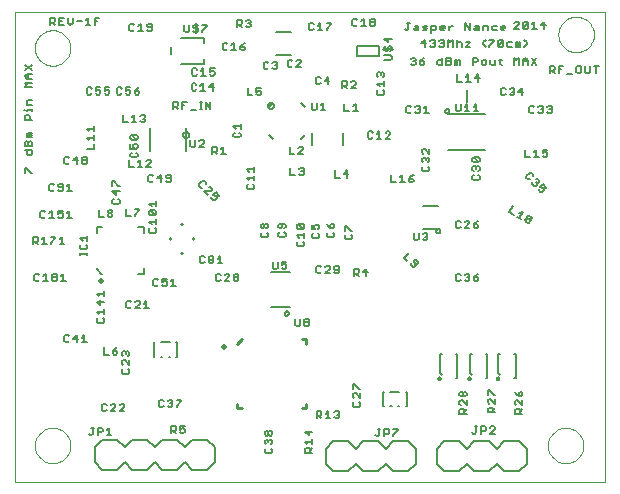
<source format=gto>
G75*
G70*
%OFA0B0*%
%FSLAX24Y24*%
%IPPOS*%
%LPD*%
%AMOC8*
5,1,8,0,0,1.08239X$1,22.5*
%
%ADD10C,0.0000*%
%ADD11C,0.0080*%
%ADD12C,0.0079*%
%ADD13C,0.0197*%
%ADD14C,0.0060*%
%ADD15C,0.0100*%
%ADD16C,0.0050*%
D10*
X000671Y003960D02*
X020356Y003960D01*
X020356Y019645D01*
X000671Y019645D01*
X000671Y003960D01*
X001343Y005184D02*
X001345Y005232D01*
X001351Y005280D01*
X001361Y005327D01*
X001374Y005373D01*
X001392Y005418D01*
X001412Y005462D01*
X001437Y005504D01*
X001465Y005543D01*
X001495Y005580D01*
X001529Y005614D01*
X001566Y005646D01*
X001604Y005675D01*
X001645Y005700D01*
X001688Y005722D01*
X001733Y005740D01*
X001779Y005754D01*
X001826Y005765D01*
X001874Y005772D01*
X001922Y005775D01*
X001970Y005774D01*
X002018Y005769D01*
X002066Y005760D01*
X002112Y005748D01*
X002157Y005731D01*
X002201Y005711D01*
X002243Y005688D01*
X002283Y005661D01*
X002321Y005631D01*
X002356Y005598D01*
X002388Y005562D01*
X002418Y005524D01*
X002444Y005483D01*
X002466Y005440D01*
X002486Y005396D01*
X002501Y005351D01*
X002513Y005304D01*
X002521Y005256D01*
X002525Y005208D01*
X002525Y005160D01*
X002521Y005112D01*
X002513Y005064D01*
X002501Y005017D01*
X002486Y004972D01*
X002466Y004928D01*
X002444Y004885D01*
X002418Y004844D01*
X002388Y004806D01*
X002356Y004770D01*
X002321Y004737D01*
X002283Y004707D01*
X002243Y004680D01*
X002201Y004657D01*
X002157Y004637D01*
X002112Y004620D01*
X002066Y004608D01*
X002018Y004599D01*
X001970Y004594D01*
X001922Y004593D01*
X001874Y004596D01*
X001826Y004603D01*
X001779Y004614D01*
X001733Y004628D01*
X001688Y004646D01*
X001645Y004668D01*
X001604Y004693D01*
X001566Y004722D01*
X001529Y004754D01*
X001495Y004788D01*
X001465Y004825D01*
X001437Y004864D01*
X001412Y004906D01*
X001392Y004950D01*
X001374Y004995D01*
X001361Y005041D01*
X001351Y005088D01*
X001345Y005136D01*
X001343Y005184D01*
X001343Y018434D02*
X001345Y018482D01*
X001351Y018530D01*
X001361Y018577D01*
X001374Y018623D01*
X001392Y018668D01*
X001412Y018712D01*
X001437Y018754D01*
X001465Y018793D01*
X001495Y018830D01*
X001529Y018864D01*
X001566Y018896D01*
X001604Y018925D01*
X001645Y018950D01*
X001688Y018972D01*
X001733Y018990D01*
X001779Y019004D01*
X001826Y019015D01*
X001874Y019022D01*
X001922Y019025D01*
X001970Y019024D01*
X002018Y019019D01*
X002066Y019010D01*
X002112Y018998D01*
X002157Y018981D01*
X002201Y018961D01*
X002243Y018938D01*
X002283Y018911D01*
X002321Y018881D01*
X002356Y018848D01*
X002388Y018812D01*
X002418Y018774D01*
X002444Y018733D01*
X002466Y018690D01*
X002486Y018646D01*
X002501Y018601D01*
X002513Y018554D01*
X002521Y018506D01*
X002525Y018458D01*
X002525Y018410D01*
X002521Y018362D01*
X002513Y018314D01*
X002501Y018267D01*
X002486Y018222D01*
X002466Y018178D01*
X002444Y018135D01*
X002418Y018094D01*
X002388Y018056D01*
X002356Y018020D01*
X002321Y017987D01*
X002283Y017957D01*
X002243Y017930D01*
X002201Y017907D01*
X002157Y017887D01*
X002112Y017870D01*
X002066Y017858D01*
X002018Y017849D01*
X001970Y017844D01*
X001922Y017843D01*
X001874Y017846D01*
X001826Y017853D01*
X001779Y017864D01*
X001733Y017878D01*
X001688Y017896D01*
X001645Y017918D01*
X001604Y017943D01*
X001566Y017972D01*
X001529Y018004D01*
X001495Y018038D01*
X001465Y018075D01*
X001437Y018114D01*
X001412Y018156D01*
X001392Y018200D01*
X001374Y018245D01*
X001361Y018291D01*
X001351Y018338D01*
X001345Y018386D01*
X001343Y018434D01*
X018443Y005184D02*
X018445Y005232D01*
X018451Y005280D01*
X018461Y005327D01*
X018474Y005373D01*
X018492Y005418D01*
X018512Y005462D01*
X018537Y005504D01*
X018565Y005543D01*
X018595Y005580D01*
X018629Y005614D01*
X018666Y005646D01*
X018704Y005675D01*
X018745Y005700D01*
X018788Y005722D01*
X018833Y005740D01*
X018879Y005754D01*
X018926Y005765D01*
X018974Y005772D01*
X019022Y005775D01*
X019070Y005774D01*
X019118Y005769D01*
X019166Y005760D01*
X019212Y005748D01*
X019257Y005731D01*
X019301Y005711D01*
X019343Y005688D01*
X019383Y005661D01*
X019421Y005631D01*
X019456Y005598D01*
X019488Y005562D01*
X019518Y005524D01*
X019544Y005483D01*
X019566Y005440D01*
X019586Y005396D01*
X019601Y005351D01*
X019613Y005304D01*
X019621Y005256D01*
X019625Y005208D01*
X019625Y005160D01*
X019621Y005112D01*
X019613Y005064D01*
X019601Y005017D01*
X019586Y004972D01*
X019566Y004928D01*
X019544Y004885D01*
X019518Y004844D01*
X019488Y004806D01*
X019456Y004770D01*
X019421Y004737D01*
X019383Y004707D01*
X019343Y004680D01*
X019301Y004657D01*
X019257Y004637D01*
X019212Y004620D01*
X019166Y004608D01*
X019118Y004599D01*
X019070Y004594D01*
X019022Y004593D01*
X018974Y004596D01*
X018926Y004603D01*
X018879Y004614D01*
X018833Y004628D01*
X018788Y004646D01*
X018745Y004668D01*
X018704Y004693D01*
X018666Y004722D01*
X018629Y004754D01*
X018595Y004788D01*
X018565Y004825D01*
X018537Y004864D01*
X018512Y004906D01*
X018492Y004950D01*
X018474Y004995D01*
X018461Y005041D01*
X018451Y005088D01*
X018445Y005136D01*
X018443Y005184D01*
X018793Y018884D02*
X018795Y018932D01*
X018801Y018980D01*
X018811Y019027D01*
X018824Y019073D01*
X018842Y019118D01*
X018862Y019162D01*
X018887Y019204D01*
X018915Y019243D01*
X018945Y019280D01*
X018979Y019314D01*
X019016Y019346D01*
X019054Y019375D01*
X019095Y019400D01*
X019138Y019422D01*
X019183Y019440D01*
X019229Y019454D01*
X019276Y019465D01*
X019324Y019472D01*
X019372Y019475D01*
X019420Y019474D01*
X019468Y019469D01*
X019516Y019460D01*
X019562Y019448D01*
X019607Y019431D01*
X019651Y019411D01*
X019693Y019388D01*
X019733Y019361D01*
X019771Y019331D01*
X019806Y019298D01*
X019838Y019262D01*
X019868Y019224D01*
X019894Y019183D01*
X019916Y019140D01*
X019936Y019096D01*
X019951Y019051D01*
X019963Y019004D01*
X019971Y018956D01*
X019975Y018908D01*
X019975Y018860D01*
X019971Y018812D01*
X019963Y018764D01*
X019951Y018717D01*
X019936Y018672D01*
X019916Y018628D01*
X019894Y018585D01*
X019868Y018544D01*
X019838Y018506D01*
X019806Y018470D01*
X019771Y018437D01*
X019733Y018407D01*
X019693Y018380D01*
X019651Y018357D01*
X019607Y018337D01*
X019562Y018320D01*
X019516Y018308D01*
X019468Y018299D01*
X019420Y018294D01*
X019372Y018293D01*
X019324Y018296D01*
X019276Y018303D01*
X019229Y018314D01*
X019183Y018328D01*
X019138Y018346D01*
X019095Y018368D01*
X019054Y018393D01*
X019016Y018422D01*
X018979Y018454D01*
X018945Y018488D01*
X018915Y018525D01*
X018887Y018564D01*
X018862Y018606D01*
X018842Y018650D01*
X018824Y018695D01*
X018811Y018741D01*
X018801Y018788D01*
X018795Y018836D01*
X018793Y018884D01*
D11*
X018328Y019074D02*
X018328Y019314D01*
X018208Y019194D01*
X018368Y019194D01*
X018073Y019074D02*
X017913Y019074D01*
X017993Y019074D02*
X017993Y019314D01*
X017913Y019234D01*
X017778Y019274D02*
X017778Y019114D01*
X017738Y019074D01*
X017658Y019074D01*
X017618Y019114D01*
X017778Y019274D01*
X017738Y019314D01*
X017658Y019314D01*
X017618Y019274D01*
X017618Y019114D01*
X017484Y019074D02*
X017324Y019074D01*
X017484Y019234D01*
X017484Y019274D01*
X017444Y019314D01*
X017364Y019314D01*
X017324Y019274D01*
X017026Y019144D02*
X017026Y019104D01*
X016866Y019104D01*
X016866Y019064D02*
X016866Y019144D01*
X016906Y019184D01*
X016986Y019184D01*
X017026Y019144D01*
X016986Y019024D02*
X016906Y019024D01*
X016866Y019064D01*
X016731Y019024D02*
X016611Y019024D01*
X016571Y019064D01*
X016571Y019144D01*
X016611Y019184D01*
X016731Y019184D01*
X016437Y019144D02*
X016437Y019024D01*
X016437Y019144D02*
X016397Y019184D01*
X016276Y019184D01*
X016276Y019024D01*
X016142Y019024D02*
X016142Y019144D01*
X016102Y019184D01*
X016022Y019184D01*
X016022Y019104D02*
X016142Y019104D01*
X016142Y019024D02*
X016022Y019024D01*
X015982Y019064D01*
X016022Y019104D01*
X015847Y019024D02*
X015847Y019264D01*
X015687Y019264D02*
X015687Y019024D01*
X015847Y019024D02*
X015687Y019264D01*
X015267Y019184D02*
X015227Y019184D01*
X015147Y019104D01*
X015147Y019024D02*
X015147Y019184D01*
X015012Y019144D02*
X015012Y019104D01*
X014852Y019104D01*
X014852Y019064D02*
X014852Y019144D01*
X014892Y019184D01*
X014972Y019184D01*
X015012Y019144D01*
X014972Y019024D02*
X014892Y019024D01*
X014852Y019064D01*
X014718Y019064D02*
X014678Y019024D01*
X014558Y019024D01*
X014558Y018944D02*
X014558Y019184D01*
X014678Y019184D01*
X014718Y019144D01*
X014718Y019064D01*
X014638Y018714D02*
X014678Y018674D01*
X014678Y018634D01*
X014638Y018594D01*
X014678Y018554D01*
X014678Y018514D01*
X014638Y018474D01*
X014558Y018474D01*
X014518Y018514D01*
X014598Y018594D02*
X014638Y018594D01*
X014638Y018714D02*
X014558Y018714D01*
X014518Y018674D01*
X014384Y018594D02*
X014224Y018594D01*
X014344Y018714D01*
X014344Y018474D01*
X014328Y018114D02*
X014248Y018074D01*
X014168Y017994D01*
X014288Y017994D01*
X014328Y017954D01*
X014328Y017914D01*
X014288Y017874D01*
X014208Y017874D01*
X014168Y017914D01*
X014168Y017994D01*
X014034Y018034D02*
X013994Y017994D01*
X014034Y017954D01*
X014034Y017914D01*
X013994Y017874D01*
X013914Y017874D01*
X013874Y017914D01*
X013954Y017994D02*
X013994Y017994D01*
X014034Y018034D02*
X014034Y018074D01*
X013994Y018114D01*
X013914Y018114D01*
X013874Y018074D01*
X013232Y018070D02*
X013232Y018150D01*
X013192Y018190D01*
X012992Y018190D01*
X013032Y018325D02*
X012992Y018365D01*
X012992Y018445D01*
X013032Y018485D01*
X013112Y018445D02*
X013112Y018365D01*
X013072Y018325D01*
X013032Y018325D01*
X012952Y018405D02*
X013272Y018405D01*
X013232Y018445D02*
X013192Y018485D01*
X013152Y018485D01*
X013112Y018445D01*
X013232Y018445D02*
X013232Y018365D01*
X013192Y018325D01*
X013112Y018619D02*
X013112Y018779D01*
X013232Y018739D02*
X012992Y018739D01*
X013112Y018619D01*
X012797Y018515D02*
X012797Y018152D01*
X012992Y018030D02*
X013192Y018030D01*
X013232Y018070D01*
X012954Y017623D02*
X012994Y017583D01*
X012994Y017503D01*
X012954Y017463D01*
X012874Y017543D02*
X012874Y017583D01*
X012914Y017623D01*
X012954Y017623D01*
X012874Y017583D02*
X012834Y017623D01*
X012794Y017623D01*
X012753Y017583D01*
X012753Y017503D01*
X012794Y017463D01*
X012753Y017248D02*
X012994Y017248D01*
X012994Y017168D02*
X012994Y017328D01*
X012834Y017168D02*
X012753Y017248D01*
X012794Y017034D02*
X012753Y016994D01*
X012753Y016914D01*
X012794Y016874D01*
X012954Y016874D01*
X012994Y016914D01*
X012994Y016994D01*
X012954Y017034D01*
X012034Y017086D02*
X011874Y017086D01*
X012034Y017246D01*
X012034Y017286D01*
X011994Y017326D01*
X011914Y017326D01*
X011874Y017286D01*
X011740Y017286D02*
X011740Y017206D01*
X011700Y017166D01*
X011580Y017166D01*
X011660Y017166D02*
X011740Y017086D01*
X011580Y017086D02*
X011580Y017326D01*
X011700Y017326D01*
X011740Y017286D01*
X011159Y017341D02*
X010998Y017341D01*
X011119Y017461D01*
X011119Y017221D01*
X010864Y017261D02*
X010824Y017221D01*
X010744Y017221D01*
X010704Y017261D01*
X010704Y017421D01*
X010744Y017461D01*
X010824Y017461D01*
X010864Y017421D01*
X010219Y017799D02*
X010058Y017799D01*
X010219Y017959D01*
X010219Y017999D01*
X010179Y018039D01*
X010099Y018039D01*
X010058Y017999D01*
X009924Y017999D02*
X009884Y018039D01*
X009804Y018039D01*
X009764Y017999D01*
X009764Y017839D01*
X009804Y017799D01*
X009884Y017799D01*
X009924Y017839D01*
X009881Y018190D02*
X009388Y018190D01*
X009377Y017981D02*
X009417Y017941D01*
X009417Y017901D01*
X009377Y017861D01*
X009417Y017821D01*
X009417Y017781D01*
X009377Y017741D01*
X009297Y017741D01*
X009257Y017781D01*
X009337Y017861D02*
X009377Y017861D01*
X009377Y017981D02*
X009297Y017981D01*
X009257Y017941D01*
X009123Y017941D02*
X009083Y017981D01*
X009003Y017981D01*
X008963Y017941D01*
X008963Y017781D01*
X009003Y017741D01*
X009083Y017741D01*
X009123Y017781D01*
X008884Y017096D02*
X008724Y017096D01*
X008724Y016976D01*
X008804Y017016D01*
X008844Y017016D01*
X008884Y016976D01*
X008884Y016896D01*
X008844Y016856D01*
X008764Y016856D01*
X008724Y016896D01*
X008590Y016856D02*
X008430Y016856D01*
X008430Y017096D01*
X009156Y016468D02*
X009274Y016586D01*
X009115Y016507D02*
X009117Y016527D01*
X009123Y016545D01*
X009132Y016563D01*
X009144Y016578D01*
X009159Y016590D01*
X009177Y016599D01*
X009195Y016605D01*
X009215Y016607D01*
X009235Y016605D01*
X009253Y016599D01*
X009271Y016590D01*
X009286Y016578D01*
X009298Y016563D01*
X009307Y016545D01*
X009313Y016527D01*
X009315Y016507D01*
X009313Y016487D01*
X009307Y016469D01*
X009298Y016451D01*
X009286Y016436D01*
X009271Y016424D01*
X009253Y016415D01*
X009235Y016409D01*
X009215Y016407D01*
X009195Y016409D01*
X009177Y016415D01*
X009159Y016424D01*
X009144Y016436D01*
X009132Y016451D01*
X009123Y016469D01*
X009117Y016487D01*
X009115Y016507D01*
X008196Y015908D02*
X008196Y015748D01*
X008196Y015828D02*
X007956Y015828D01*
X008036Y015748D01*
X007996Y015613D02*
X007956Y015573D01*
X007956Y015493D01*
X007996Y015453D01*
X008156Y015453D01*
X008196Y015493D01*
X008196Y015573D01*
X008156Y015613D01*
X007624Y015136D02*
X007544Y015056D01*
X007624Y015136D02*
X007624Y014896D01*
X007544Y014896D02*
X007704Y014896D01*
X007410Y014896D02*
X007330Y014976D01*
X007370Y014976D02*
X007250Y014976D01*
X007250Y014896D02*
X007250Y015136D01*
X007370Y015136D01*
X007410Y015096D01*
X007410Y015016D01*
X007370Y014976D01*
X006978Y015124D02*
X006818Y015124D01*
X006978Y015284D01*
X006978Y015324D01*
X006938Y015364D01*
X006858Y015364D01*
X006818Y015324D01*
X006684Y015364D02*
X006684Y015164D01*
X006644Y015124D01*
X006564Y015124D01*
X006524Y015164D01*
X006524Y015364D01*
X006538Y016364D02*
X006698Y016364D01*
X006833Y016404D02*
X006913Y016404D01*
X006873Y016404D02*
X006873Y016644D01*
X006833Y016644D02*
X006913Y016644D01*
X007029Y016644D02*
X007189Y016404D01*
X007189Y016644D01*
X007029Y016644D02*
X007029Y016404D01*
X007018Y017014D02*
X006858Y017014D01*
X006938Y017014D02*
X006938Y017254D01*
X006858Y017174D01*
X006724Y017214D02*
X006684Y017254D01*
X006604Y017254D01*
X006564Y017214D01*
X006564Y017054D01*
X006604Y017014D01*
X006684Y017014D01*
X006724Y017054D01*
X007153Y017134D02*
X007313Y017134D01*
X007273Y017254D02*
X007153Y017134D01*
X007273Y017014D02*
X007273Y017254D01*
X007293Y017514D02*
X007213Y017514D01*
X007173Y017554D01*
X007173Y017634D02*
X007253Y017674D01*
X007293Y017674D01*
X007333Y017634D01*
X007333Y017554D01*
X007293Y017514D01*
X007173Y017634D02*
X007173Y017754D01*
X007333Y017754D01*
X006958Y017754D02*
X006958Y017514D01*
X006878Y017514D02*
X007038Y017514D01*
X006878Y017674D02*
X006958Y017754D01*
X006964Y017904D02*
X006214Y017904D01*
X005884Y018234D02*
X005884Y018454D01*
X006224Y018764D02*
X006964Y018764D01*
X006964Y018604D01*
X006913Y018974D02*
X006913Y019014D01*
X007073Y019174D01*
X007073Y019214D01*
X006913Y019214D01*
X006778Y019174D02*
X006738Y019214D01*
X006658Y019214D01*
X006618Y019174D01*
X006618Y019134D01*
X006658Y019094D01*
X006738Y019094D01*
X006778Y019054D01*
X006778Y019014D01*
X006738Y018974D01*
X006658Y018974D01*
X006618Y019014D01*
X006698Y018934D02*
X006698Y019254D01*
X006484Y019214D02*
X006484Y019014D01*
X006444Y018974D01*
X006364Y018974D01*
X006324Y019014D01*
X006324Y019214D01*
X005239Y019204D02*
X005239Y019044D01*
X005199Y019004D01*
X005119Y019004D01*
X005079Y019044D01*
X005119Y019124D02*
X005239Y019124D01*
X005239Y019204D02*
X005199Y019244D01*
X005119Y019244D01*
X005079Y019204D01*
X005079Y019164D01*
X005119Y019124D01*
X004945Y019004D02*
X004784Y019004D01*
X004864Y019004D02*
X004864Y019244D01*
X004784Y019164D01*
X004650Y019204D02*
X004610Y019244D01*
X004530Y019244D01*
X004490Y019204D01*
X004490Y019044D01*
X004530Y019004D01*
X004610Y019004D01*
X004650Y019044D01*
X003489Y019444D02*
X003329Y019444D01*
X003329Y019204D01*
X003329Y019324D02*
X003409Y019324D01*
X003195Y019204D02*
X003034Y019204D01*
X003114Y019204D02*
X003114Y019444D01*
X003034Y019364D01*
X002900Y019324D02*
X002740Y019324D01*
X002605Y019284D02*
X002605Y019444D01*
X002445Y019444D02*
X002445Y019284D01*
X002525Y019204D01*
X002605Y019284D01*
X002311Y019204D02*
X002150Y019204D01*
X002150Y019444D01*
X002311Y019444D01*
X002231Y019324D02*
X002150Y019324D01*
X002016Y019324D02*
X001976Y019284D01*
X001856Y019284D01*
X001936Y019284D02*
X002016Y019204D01*
X002016Y019324D02*
X002016Y019404D01*
X001976Y019444D01*
X001856Y019444D01*
X001856Y019204D01*
X001244Y017871D02*
X001003Y017711D01*
X001084Y017577D02*
X001003Y017497D01*
X001084Y017417D01*
X001244Y017417D01*
X001124Y017417D02*
X001124Y017577D01*
X001084Y017577D02*
X001244Y017577D01*
X001244Y017711D02*
X001003Y017871D01*
X001003Y017282D02*
X001244Y017282D01*
X001244Y017122D02*
X001003Y017122D01*
X001084Y017202D01*
X001003Y017282D01*
X001124Y016693D02*
X001244Y016693D01*
X001124Y016693D02*
X001084Y016653D01*
X001084Y016533D01*
X001244Y016533D01*
X001244Y016416D02*
X001244Y016336D01*
X001244Y016376D02*
X001084Y016376D01*
X001084Y016336D01*
X001003Y016376D02*
X000963Y016376D01*
X001044Y016202D02*
X001124Y016202D01*
X001164Y016162D01*
X001164Y016042D01*
X001244Y016042D02*
X001003Y016042D01*
X001003Y016162D01*
X001044Y016202D01*
X001124Y015612D02*
X001244Y015612D01*
X001244Y015532D02*
X001124Y015532D01*
X001084Y015572D01*
X001124Y015612D01*
X001124Y015532D02*
X001084Y015492D01*
X001084Y015452D01*
X001244Y015452D01*
X001204Y015318D02*
X001244Y015278D01*
X001244Y015158D01*
X001003Y015158D01*
X001003Y015278D01*
X001044Y015318D01*
X001084Y015318D01*
X001124Y015278D01*
X001124Y015158D01*
X001124Y015278D02*
X001164Y015318D01*
X001204Y015318D01*
X001244Y015023D02*
X001003Y015023D01*
X001084Y015023D02*
X001084Y014903D01*
X001124Y014863D01*
X001204Y014863D01*
X001244Y014903D01*
X001244Y015023D01*
X001044Y014434D02*
X001204Y014274D01*
X001244Y014274D01*
X001003Y014274D02*
X001003Y014434D01*
X001044Y014434D01*
X001824Y013874D02*
X001824Y013714D01*
X001864Y013674D01*
X001944Y013674D01*
X001984Y013714D01*
X002118Y013714D02*
X002158Y013674D01*
X002238Y013674D01*
X002278Y013714D01*
X002278Y013874D01*
X002238Y013914D01*
X002158Y013914D01*
X002118Y013874D01*
X002118Y013834D01*
X002158Y013794D01*
X002278Y013794D01*
X002413Y013834D02*
X002493Y013914D01*
X002493Y013674D01*
X002413Y013674D02*
X002573Y013674D01*
X001984Y013874D02*
X001944Y013914D01*
X001864Y013914D01*
X001824Y013874D01*
X001898Y013014D02*
X001818Y012934D01*
X001898Y013014D02*
X001898Y012774D01*
X001818Y012774D02*
X001978Y012774D01*
X002113Y012814D02*
X002153Y012774D01*
X002233Y012774D01*
X002273Y012814D01*
X002273Y012894D01*
X002233Y012934D01*
X002193Y012934D01*
X002113Y012894D01*
X002113Y013014D01*
X002273Y013014D01*
X002408Y012934D02*
X002488Y013014D01*
X002488Y012774D01*
X002408Y012774D02*
X002568Y012774D01*
X002242Y012132D02*
X002242Y011892D01*
X002162Y011892D02*
X002323Y011892D01*
X002162Y012052D02*
X002242Y012132D01*
X002028Y012132D02*
X002028Y012092D01*
X001868Y011932D01*
X001868Y011892D01*
X001733Y011892D02*
X001573Y011892D01*
X001653Y011892D02*
X001653Y012132D01*
X001573Y012052D01*
X001439Y012092D02*
X001439Y012012D01*
X001399Y011972D01*
X001278Y011972D01*
X001278Y011892D02*
X001278Y012132D01*
X001399Y012132D01*
X001439Y012092D01*
X001358Y011972D02*
X001439Y011892D01*
X001868Y012132D02*
X002028Y012132D01*
X001644Y012774D02*
X001684Y012814D01*
X001644Y012774D02*
X001564Y012774D01*
X001524Y012814D01*
X001524Y012974D01*
X001564Y013014D01*
X001644Y013014D01*
X001684Y012974D01*
X002853Y012095D02*
X002934Y012015D01*
X002853Y012095D02*
X003094Y012095D01*
X003094Y012015D02*
X003094Y012175D01*
X003054Y011880D02*
X003094Y011840D01*
X003094Y011760D01*
X003054Y011720D01*
X002894Y011720D01*
X002853Y011760D01*
X002853Y011840D01*
X002894Y011880D01*
X002853Y011604D02*
X002853Y011524D01*
X002853Y011564D02*
X003094Y011564D01*
X003094Y011524D02*
X003094Y011604D01*
X002288Y010914D02*
X002288Y010674D01*
X002208Y010674D02*
X002368Y010674D01*
X002208Y010834D02*
X002288Y010914D01*
X002073Y010874D02*
X002073Y010834D01*
X002033Y010794D01*
X001953Y010794D01*
X001913Y010834D01*
X001913Y010874D01*
X001953Y010914D01*
X002033Y010914D01*
X002073Y010874D01*
X002033Y010794D02*
X002073Y010754D01*
X002073Y010714D01*
X002033Y010674D01*
X001953Y010674D01*
X001913Y010714D01*
X001913Y010754D01*
X001953Y010794D01*
X001778Y010674D02*
X001618Y010674D01*
X001698Y010674D02*
X001698Y010914D01*
X001618Y010834D01*
X001484Y010874D02*
X001444Y010914D01*
X001364Y010914D01*
X001324Y010874D01*
X001324Y010714D01*
X001364Y010674D01*
X001444Y010674D01*
X001484Y010714D01*
X003403Y010238D02*
X003484Y010158D01*
X003403Y010238D02*
X003644Y010238D01*
X003644Y010158D02*
X003644Y010318D01*
X003524Y010023D02*
X003524Y009863D01*
X003403Y009983D01*
X003644Y009983D01*
X003644Y009728D02*
X003644Y009568D01*
X003644Y009648D02*
X003403Y009648D01*
X003484Y009568D01*
X003444Y009434D02*
X003403Y009394D01*
X003403Y009314D01*
X003444Y009274D01*
X003604Y009274D01*
X003644Y009314D01*
X003644Y009394D01*
X003604Y009434D01*
X002993Y008864D02*
X002993Y008624D01*
X002913Y008624D02*
X003073Y008624D01*
X002913Y008784D02*
X002993Y008864D01*
X002778Y008744D02*
X002618Y008744D01*
X002738Y008864D01*
X002738Y008624D01*
X002484Y008664D02*
X002444Y008624D01*
X002364Y008624D01*
X002324Y008664D01*
X002324Y008824D01*
X002364Y008864D01*
X002444Y008864D01*
X002484Y008824D01*
X003640Y008456D02*
X003640Y008216D01*
X003800Y008216D01*
X003934Y008256D02*
X003974Y008216D01*
X004054Y008216D01*
X004094Y008256D01*
X004094Y008296D01*
X004054Y008336D01*
X003934Y008336D01*
X003934Y008256D01*
X003934Y008336D02*
X004014Y008416D01*
X004094Y008456D01*
X004253Y008283D02*
X004294Y008323D01*
X004334Y008323D01*
X004374Y008283D01*
X004414Y008323D01*
X004454Y008323D01*
X004494Y008283D01*
X004494Y008203D01*
X004454Y008163D01*
X004374Y008243D02*
X004374Y008283D01*
X004253Y008283D02*
X004253Y008203D01*
X004294Y008163D01*
X004294Y008028D02*
X004253Y007988D01*
X004253Y007908D01*
X004294Y007868D01*
X004294Y007734D02*
X004253Y007694D01*
X004253Y007614D01*
X004294Y007574D01*
X004454Y007574D01*
X004494Y007614D01*
X004494Y007694D01*
X004454Y007734D01*
X004494Y007868D02*
X004334Y008028D01*
X004294Y008028D01*
X004494Y008028D02*
X004494Y007868D01*
X005296Y008135D02*
X005296Y008627D01*
X006084Y008627D02*
X006084Y008135D01*
X006063Y006714D02*
X006223Y006714D01*
X006223Y006674D01*
X006063Y006514D01*
X006063Y006474D01*
X005928Y006514D02*
X005888Y006474D01*
X005808Y006474D01*
X005768Y006514D01*
X005848Y006594D02*
X005888Y006594D01*
X005928Y006554D01*
X005928Y006514D01*
X005888Y006594D02*
X005928Y006634D01*
X005928Y006674D01*
X005888Y006714D01*
X005808Y006714D01*
X005768Y006674D01*
X005634Y006674D02*
X005594Y006714D01*
X005514Y006714D01*
X005474Y006674D01*
X005474Y006514D01*
X005514Y006474D01*
X005594Y006474D01*
X005634Y006514D01*
X005878Y005832D02*
X005999Y005832D01*
X006039Y005792D01*
X006039Y005712D01*
X005999Y005672D01*
X005878Y005672D01*
X005878Y005592D02*
X005878Y005832D01*
X005958Y005672D02*
X006039Y005592D01*
X006173Y005632D02*
X006213Y005592D01*
X006293Y005592D01*
X006333Y005632D01*
X006333Y005712D01*
X006293Y005752D01*
X006253Y005752D01*
X006173Y005712D01*
X006173Y005832D01*
X006333Y005832D01*
X006084Y005384D02*
X006334Y005134D01*
X006584Y005384D01*
X007084Y005384D01*
X007334Y005134D01*
X007334Y004634D01*
X007084Y004384D01*
X006584Y004384D01*
X006334Y004634D01*
X006084Y004384D01*
X005584Y004384D01*
X005334Y004634D01*
X005084Y004384D01*
X004584Y004384D01*
X004334Y004634D01*
X004084Y004384D01*
X003584Y004384D01*
X003334Y004634D01*
X003334Y005134D01*
X003584Y005384D01*
X004084Y005384D01*
X004334Y005134D01*
X004584Y005384D01*
X005084Y005384D01*
X005334Y005134D01*
X005584Y005384D01*
X006084Y005384D01*
X004323Y006324D02*
X004163Y006324D01*
X004323Y006484D01*
X004323Y006524D01*
X004283Y006564D01*
X004203Y006564D01*
X004163Y006524D01*
X004028Y006524D02*
X003988Y006564D01*
X003908Y006564D01*
X003868Y006524D01*
X003734Y006524D02*
X003694Y006564D01*
X003614Y006564D01*
X003574Y006524D01*
X003574Y006364D01*
X003614Y006324D01*
X003694Y006324D01*
X003734Y006364D01*
X003868Y006324D02*
X004028Y006484D01*
X004028Y006524D01*
X004028Y006324D02*
X003868Y006324D01*
X003813Y005784D02*
X003733Y005704D01*
X003813Y005784D02*
X003813Y005544D01*
X003733Y005544D02*
X003893Y005544D01*
X003598Y005664D02*
X003558Y005624D01*
X003438Y005624D01*
X003438Y005544D02*
X003438Y005784D01*
X003558Y005784D01*
X003598Y005744D01*
X003598Y005664D01*
X003304Y005784D02*
X003224Y005784D01*
X003264Y005784D02*
X003264Y005584D01*
X003224Y005544D01*
X003184Y005544D01*
X003144Y005584D01*
X004430Y009754D02*
X004510Y009754D01*
X004550Y009794D01*
X004430Y009754D02*
X004390Y009794D01*
X004390Y009954D01*
X004430Y009994D01*
X004510Y009994D01*
X004550Y009954D01*
X004684Y009954D02*
X004724Y009994D01*
X004804Y009994D01*
X004845Y009954D01*
X004845Y009914D01*
X004684Y009754D01*
X004845Y009754D01*
X004979Y009754D02*
X005139Y009754D01*
X005059Y009754D02*
X005059Y009994D01*
X004979Y009914D01*
X005330Y010504D02*
X005410Y010504D01*
X005450Y010544D01*
X005330Y010504D02*
X005290Y010544D01*
X005290Y010704D01*
X005330Y010744D01*
X005410Y010744D01*
X005450Y010704D01*
X005584Y010744D02*
X005584Y010624D01*
X005664Y010664D01*
X005704Y010664D01*
X005745Y010624D01*
X005745Y010544D01*
X005704Y010504D01*
X005624Y010504D01*
X005584Y010544D01*
X005584Y010744D02*
X005745Y010744D01*
X005879Y010664D02*
X005959Y010744D01*
X005959Y010504D01*
X005879Y010504D02*
X006039Y010504D01*
X006840Y011294D02*
X006880Y011254D01*
X006960Y011254D01*
X007000Y011294D01*
X007134Y011294D02*
X007134Y011334D01*
X007174Y011374D01*
X007254Y011374D01*
X007295Y011334D01*
X007295Y011294D01*
X007254Y011254D01*
X007174Y011254D01*
X007134Y011294D01*
X007174Y011374D02*
X007134Y011414D01*
X007134Y011454D01*
X007174Y011494D01*
X007254Y011494D01*
X007295Y011454D01*
X007295Y011414D01*
X007254Y011374D01*
X007429Y011414D02*
X007509Y011494D01*
X007509Y011254D01*
X007429Y011254D02*
X007589Y011254D01*
X007494Y010914D02*
X007414Y010914D01*
X007374Y010874D01*
X007374Y010714D01*
X007414Y010674D01*
X007494Y010674D01*
X007534Y010714D01*
X007668Y010674D02*
X007828Y010834D01*
X007828Y010874D01*
X007788Y010914D01*
X007708Y010914D01*
X007668Y010874D01*
X007534Y010874D02*
X007494Y010914D01*
X007668Y010674D02*
X007828Y010674D01*
X007963Y010714D02*
X007963Y010754D01*
X008003Y010794D01*
X008083Y010794D01*
X008123Y010754D01*
X008123Y010714D01*
X008083Y010674D01*
X008003Y010674D01*
X007963Y010714D01*
X008003Y010794D02*
X007963Y010834D01*
X007963Y010874D01*
X008003Y010914D01*
X008083Y010914D01*
X008123Y010874D01*
X008123Y010834D01*
X008083Y010794D01*
X009219Y010974D02*
X009849Y010974D01*
X009728Y011114D02*
X009688Y011074D01*
X009608Y011074D01*
X009568Y011114D01*
X009568Y011194D02*
X009648Y011234D01*
X009688Y011234D01*
X009728Y011194D01*
X009728Y011114D01*
X009568Y011194D02*
X009568Y011314D01*
X009728Y011314D01*
X009434Y011314D02*
X009434Y011114D01*
X009394Y011074D01*
X009314Y011074D01*
X009274Y011114D01*
X009274Y011314D01*
X010073Y011859D02*
X010114Y011819D01*
X010274Y011819D01*
X010314Y011859D01*
X010314Y011939D01*
X010274Y011979D01*
X010314Y012113D02*
X010314Y012273D01*
X010314Y012193D02*
X010073Y012193D01*
X010154Y012113D01*
X010114Y011979D02*
X010073Y011939D01*
X010073Y011859D01*
X009699Y012169D02*
X009699Y012249D01*
X009659Y012289D01*
X009699Y012169D02*
X009659Y012129D01*
X009499Y012129D01*
X009458Y012169D01*
X009458Y012249D01*
X009499Y012289D01*
X009499Y012423D02*
X009539Y012423D01*
X009579Y012463D01*
X009579Y012583D01*
X009659Y012583D02*
X009499Y012583D01*
X009458Y012543D01*
X009458Y012463D01*
X009499Y012423D01*
X009659Y012423D02*
X009699Y012463D01*
X009699Y012543D01*
X009659Y012583D01*
X010073Y012528D02*
X010073Y012448D01*
X010114Y012408D01*
X010274Y012408D01*
X010114Y012568D01*
X010274Y012568D01*
X010314Y012528D01*
X010314Y012448D01*
X010274Y012408D01*
X010114Y012568D02*
X010073Y012528D01*
X010573Y012548D02*
X010573Y012388D01*
X010694Y012388D01*
X010654Y012468D01*
X010654Y012508D01*
X010694Y012548D01*
X010774Y012548D01*
X010814Y012508D01*
X010814Y012428D01*
X010774Y012388D01*
X010774Y012254D02*
X010814Y012214D01*
X010814Y012134D01*
X010774Y012094D01*
X010614Y012094D01*
X010573Y012134D01*
X010573Y012214D01*
X010614Y012254D01*
X011073Y012244D02*
X011073Y012164D01*
X011114Y012124D01*
X011274Y012124D01*
X011314Y012164D01*
X011314Y012244D01*
X011274Y012284D01*
X011274Y012418D02*
X011314Y012458D01*
X011314Y012538D01*
X011274Y012578D01*
X011234Y012578D01*
X011194Y012538D01*
X011194Y012418D01*
X011274Y012418D01*
X011194Y012418D02*
X011114Y012498D01*
X011073Y012578D01*
X011114Y012284D02*
X011073Y012244D01*
X011673Y012174D02*
X011673Y012094D01*
X011714Y012054D01*
X011874Y012054D01*
X011914Y012094D01*
X011914Y012174D01*
X011874Y012214D01*
X011874Y012348D02*
X011914Y012348D01*
X011874Y012348D02*
X011714Y012508D01*
X011673Y012508D01*
X011673Y012348D01*
X011714Y012214D02*
X011673Y012174D01*
X011433Y011164D02*
X011353Y011164D01*
X011313Y011124D01*
X011313Y011084D01*
X011353Y011044D01*
X011473Y011044D01*
X011473Y011124D02*
X011433Y011164D01*
X011473Y011124D02*
X011473Y010964D01*
X011433Y010924D01*
X011353Y010924D01*
X011313Y010964D01*
X011178Y010924D02*
X011018Y010924D01*
X011178Y011084D01*
X011178Y011124D01*
X011138Y011164D01*
X011058Y011164D01*
X011018Y011124D01*
X010884Y011124D02*
X010844Y011164D01*
X010764Y011164D01*
X010724Y011124D01*
X010724Y010964D01*
X010764Y010924D01*
X010844Y010924D01*
X010884Y010964D01*
X009849Y009793D02*
X009219Y009793D01*
X009663Y009584D02*
X009665Y009600D01*
X009671Y009616D01*
X009680Y009630D01*
X009692Y009641D01*
X009706Y009649D01*
X009722Y009654D01*
X009738Y009655D01*
X009754Y009652D01*
X009769Y009645D01*
X009783Y009636D01*
X009793Y009623D01*
X009801Y009608D01*
X009805Y009592D01*
X009805Y009576D01*
X009801Y009560D01*
X009793Y009545D01*
X009783Y009532D01*
X009770Y009523D01*
X009754Y009516D01*
X009738Y009513D01*
X009722Y009514D01*
X009706Y009519D01*
X009692Y009527D01*
X009680Y009538D01*
X009671Y009552D01*
X009665Y009568D01*
X009663Y009584D01*
X010024Y009414D02*
X010024Y009214D01*
X010064Y009174D01*
X010144Y009174D01*
X010184Y009214D01*
X010184Y009414D01*
X010318Y009374D02*
X010318Y009334D01*
X010358Y009294D01*
X010438Y009294D01*
X010478Y009254D01*
X010478Y009214D01*
X010438Y009174D01*
X010358Y009174D01*
X010318Y009214D01*
X010318Y009254D01*
X010358Y009294D01*
X010438Y009294D02*
X010478Y009334D01*
X010478Y009374D01*
X010438Y009414D01*
X010358Y009414D01*
X010318Y009374D01*
X011980Y010836D02*
X011980Y011076D01*
X012100Y011076D01*
X012140Y011036D01*
X012140Y010956D01*
X012100Y010916D01*
X011980Y010916D01*
X012060Y010916D02*
X012140Y010836D01*
X012274Y010956D02*
X012434Y010956D01*
X012394Y010836D02*
X012394Y011076D01*
X012274Y010956D01*
X013645Y011440D02*
X013758Y011327D01*
X013882Y011260D02*
X013882Y011204D01*
X013938Y011147D01*
X013995Y011147D01*
X014108Y011260D01*
X014108Y011317D01*
X014051Y011373D01*
X013995Y011373D01*
X013966Y011345D01*
X013966Y011288D01*
X014051Y011204D01*
X013815Y011610D02*
X013645Y011440D01*
X014014Y012024D02*
X014094Y012024D01*
X014134Y012064D01*
X014134Y012264D01*
X014268Y012224D02*
X014308Y012264D01*
X014388Y012264D01*
X014428Y012224D01*
X014428Y012184D01*
X014388Y012144D01*
X014428Y012104D01*
X014428Y012064D01*
X014388Y012024D01*
X014308Y012024D01*
X014268Y012064D01*
X014348Y012144D02*
X014388Y012144D01*
X014288Y012390D02*
X014780Y012390D01*
X014713Y012334D02*
X014715Y012350D01*
X014721Y012366D01*
X014730Y012380D01*
X014742Y012391D01*
X014756Y012399D01*
X014772Y012404D01*
X014788Y012405D01*
X014804Y012402D01*
X014819Y012395D01*
X014833Y012386D01*
X014843Y012373D01*
X014851Y012358D01*
X014855Y012342D01*
X014855Y012326D01*
X014851Y012310D01*
X014843Y012295D01*
X014833Y012282D01*
X014820Y012273D01*
X014804Y012266D01*
X014788Y012263D01*
X014772Y012264D01*
X014756Y012269D01*
X014742Y012277D01*
X014730Y012288D01*
X014721Y012302D01*
X014715Y012318D01*
X014713Y012334D01*
X015374Y012474D02*
X015414Y012434D01*
X015494Y012434D01*
X015534Y012474D01*
X015668Y012434D02*
X015828Y012594D01*
X015828Y012634D01*
X015788Y012674D01*
X015708Y012674D01*
X015668Y012634D01*
X015534Y012634D02*
X015494Y012674D01*
X015414Y012674D01*
X015374Y012634D01*
X015374Y012474D01*
X015668Y012434D02*
X015828Y012434D01*
X015963Y012474D02*
X016003Y012434D01*
X016083Y012434D01*
X016123Y012474D01*
X016123Y012514D01*
X016083Y012554D01*
X015963Y012554D01*
X015963Y012474D01*
X015963Y012554D02*
X016043Y012634D01*
X016123Y012674D01*
X017158Y012955D02*
X017297Y012875D01*
X017413Y012807D02*
X017552Y012727D01*
X017483Y012767D02*
X017603Y012975D01*
X017493Y012946D01*
X017769Y012833D02*
X017823Y012848D01*
X017893Y012808D01*
X017907Y012753D01*
X017689Y012695D01*
X017703Y012640D01*
X017773Y012600D01*
X017827Y012615D01*
X017907Y012753D01*
X017769Y012833D02*
X017689Y012695D01*
X017158Y012955D02*
X017278Y013163D01*
X017984Y013844D02*
X017927Y013901D01*
X017927Y013957D01*
X018040Y013957D02*
X018068Y013929D01*
X018068Y013872D01*
X018040Y013844D01*
X017984Y013844D01*
X018068Y013929D02*
X018125Y013929D01*
X018153Y013957D01*
X018153Y014014D01*
X018097Y014070D01*
X018040Y014070D01*
X017945Y014166D02*
X017945Y014222D01*
X017888Y014279D01*
X017832Y014279D01*
X017719Y014166D01*
X017719Y014109D01*
X017775Y014052D01*
X017832Y014052D01*
X018135Y013749D02*
X018135Y013692D01*
X018192Y013636D01*
X018249Y013636D01*
X018305Y013692D01*
X018305Y013749D01*
X018277Y013777D01*
X018192Y013805D01*
X018277Y013890D01*
X018390Y013777D01*
X018384Y014806D02*
X018304Y014806D01*
X018264Y014846D01*
X018264Y014926D02*
X018344Y014966D01*
X018384Y014966D01*
X018424Y014926D01*
X018424Y014846D01*
X018384Y014806D01*
X018264Y014926D02*
X018264Y015046D01*
X018424Y015046D01*
X018130Y014806D02*
X017970Y014806D01*
X018050Y014806D02*
X018050Y015046D01*
X017970Y014966D01*
X017835Y014806D02*
X017675Y014806D01*
X017675Y015046D01*
X017864Y016274D02*
X017824Y016314D01*
X017824Y016474D01*
X017864Y016514D01*
X017944Y016514D01*
X017984Y016474D01*
X018118Y016474D02*
X018158Y016514D01*
X018238Y016514D01*
X018278Y016474D01*
X018278Y016434D01*
X018238Y016394D01*
X018278Y016354D01*
X018278Y016314D01*
X018238Y016274D01*
X018158Y016274D01*
X018118Y016314D01*
X018198Y016394D02*
X018238Y016394D01*
X018413Y016474D02*
X018453Y016514D01*
X018533Y016514D01*
X018573Y016474D01*
X018573Y016434D01*
X018533Y016394D01*
X018573Y016354D01*
X018573Y016314D01*
X018533Y016274D01*
X018453Y016274D01*
X018413Y016314D01*
X018493Y016394D02*
X018533Y016394D01*
X017984Y016314D02*
X017944Y016274D01*
X017864Y016274D01*
X017579Y016854D02*
X017579Y017094D01*
X017459Y016974D01*
X017619Y016974D01*
X017325Y017014D02*
X017325Y017054D01*
X017284Y017094D01*
X017204Y017094D01*
X017164Y017054D01*
X017244Y016974D02*
X017284Y016974D01*
X017325Y016934D01*
X017325Y016894D01*
X017284Y016854D01*
X017204Y016854D01*
X017164Y016894D01*
X017030Y016894D02*
X016990Y016854D01*
X016910Y016854D01*
X016870Y016894D01*
X016870Y017054D01*
X016910Y017094D01*
X016990Y017094D01*
X017030Y017054D01*
X017284Y016974D02*
X017325Y017014D01*
X017311Y017874D02*
X017311Y018114D01*
X017391Y018034D01*
X017471Y018114D01*
X017471Y017874D01*
X017606Y017874D02*
X017606Y018034D01*
X017686Y018114D01*
X017766Y018034D01*
X017766Y017874D01*
X017766Y017994D02*
X017606Y017994D01*
X017901Y018114D02*
X018061Y017874D01*
X017901Y017874D02*
X018061Y018114D01*
X018506Y017844D02*
X018626Y017844D01*
X018666Y017804D01*
X018666Y017724D01*
X018626Y017684D01*
X018506Y017684D01*
X018586Y017684D02*
X018666Y017604D01*
X018800Y017604D02*
X018800Y017844D01*
X018961Y017844D01*
X018881Y017724D02*
X018800Y017724D01*
X018506Y017604D02*
X018506Y017844D01*
X019095Y017564D02*
X019255Y017564D01*
X019390Y017644D02*
X019390Y017804D01*
X019430Y017844D01*
X019510Y017844D01*
X019550Y017804D01*
X019550Y017644D01*
X019510Y017604D01*
X019430Y017604D01*
X019390Y017644D01*
X019684Y017644D02*
X019684Y017844D01*
X019845Y017844D02*
X019845Y017644D01*
X019804Y017604D01*
X019724Y017604D01*
X019684Y017644D01*
X019979Y017844D02*
X020139Y017844D01*
X020059Y017844D02*
X020059Y017604D01*
X017741Y018554D02*
X017661Y018474D01*
X017741Y018554D02*
X017741Y018634D01*
X017661Y018714D01*
X017527Y018594D02*
X017527Y018474D01*
X017447Y018474D02*
X017447Y018594D01*
X017487Y018634D01*
X017527Y018594D01*
X017447Y018594D02*
X017407Y018634D01*
X017367Y018634D01*
X017367Y018474D01*
X017232Y018474D02*
X017112Y018474D01*
X017072Y018514D01*
X017072Y018594D01*
X017112Y018634D01*
X017232Y018634D01*
X016937Y018674D02*
X016777Y018514D01*
X016817Y018474D01*
X016897Y018474D01*
X016937Y018514D01*
X016937Y018674D01*
X016897Y018714D01*
X016817Y018714D01*
X016777Y018674D01*
X016777Y018514D01*
X016643Y018674D02*
X016483Y018514D01*
X016483Y018474D01*
X016366Y018474D02*
X016286Y018554D01*
X016286Y018634D01*
X016366Y018714D01*
X016483Y018714D02*
X016643Y018714D01*
X016643Y018674D01*
X016860Y018074D02*
X016860Y017914D01*
X016900Y017874D01*
X016900Y018034D02*
X016820Y018034D01*
X016686Y018034D02*
X016686Y017874D01*
X016566Y017874D01*
X016526Y017914D01*
X016526Y018034D01*
X016391Y017994D02*
X016351Y018034D01*
X016271Y018034D01*
X016231Y017994D01*
X016231Y017914D01*
X016271Y017874D01*
X016351Y017874D01*
X016391Y017914D01*
X016391Y017994D01*
X016096Y017994D02*
X016056Y017954D01*
X015936Y017954D01*
X015936Y017874D02*
X015936Y018114D01*
X016056Y018114D01*
X016096Y018074D01*
X016096Y017994D01*
X016128Y017552D02*
X016008Y017432D01*
X016168Y017432D01*
X016128Y017312D02*
X016128Y017552D01*
X015793Y017552D02*
X015793Y017312D01*
X015713Y017312D02*
X015873Y017312D01*
X015713Y017472D02*
X015793Y017552D01*
X015579Y017312D02*
X015419Y017312D01*
X015419Y017552D01*
X015427Y017874D02*
X015427Y017994D01*
X015467Y018034D01*
X015507Y017994D01*
X015507Y017874D01*
X015427Y017994D02*
X015387Y018034D01*
X015347Y018034D01*
X015347Y017874D01*
X015212Y017914D02*
X015172Y017874D01*
X015052Y017874D01*
X015052Y018114D01*
X015172Y018114D01*
X015212Y018074D01*
X015212Y018034D01*
X015172Y017994D01*
X015052Y017994D01*
X015172Y017994D02*
X015212Y017954D01*
X015212Y017914D01*
X014918Y017874D02*
X014918Y018114D01*
X014918Y018034D02*
X014798Y018034D01*
X014758Y017994D01*
X014758Y017914D01*
X014798Y017874D01*
X014918Y017874D01*
X014933Y018474D02*
X014853Y018474D01*
X014813Y018514D01*
X014893Y018594D02*
X014933Y018594D01*
X014973Y018554D01*
X014973Y018514D01*
X014933Y018474D01*
X014933Y018594D02*
X014973Y018634D01*
X014973Y018674D01*
X014933Y018714D01*
X014853Y018714D01*
X014813Y018674D01*
X015108Y018714D02*
X015108Y018474D01*
X015268Y018474D02*
X015268Y018714D01*
X015188Y018634D01*
X015108Y018714D01*
X015402Y018714D02*
X015402Y018474D01*
X015402Y018594D02*
X015442Y018634D01*
X015522Y018634D01*
X015562Y018594D01*
X015562Y018474D01*
X015697Y018474D02*
X015857Y018474D01*
X015857Y018634D02*
X015697Y018634D01*
X015857Y018634D02*
X015697Y018474D01*
X014423Y019064D02*
X014383Y019104D01*
X014303Y019104D01*
X014263Y019144D01*
X014303Y019184D01*
X014423Y019184D01*
X014423Y019064D02*
X014383Y019024D01*
X014263Y019024D01*
X014128Y019024D02*
X014008Y019024D01*
X013968Y019064D01*
X014008Y019104D01*
X014128Y019104D01*
X014128Y019144D02*
X014128Y019024D01*
X014128Y019144D02*
X014088Y019184D01*
X014008Y019184D01*
X013834Y019264D02*
X013754Y019264D01*
X013794Y019264D02*
X013794Y019064D01*
X013754Y019024D01*
X013714Y019024D01*
X013674Y019064D01*
X012673Y019214D02*
X012633Y019174D01*
X012553Y019174D01*
X012513Y019214D01*
X012513Y019254D01*
X012553Y019294D01*
X012633Y019294D01*
X012673Y019254D01*
X012673Y019214D01*
X012633Y019294D02*
X012673Y019334D01*
X012673Y019374D01*
X012633Y019414D01*
X012553Y019414D01*
X012513Y019374D01*
X012513Y019334D01*
X012553Y019294D01*
X012378Y019174D02*
X012218Y019174D01*
X012298Y019174D02*
X012298Y019414D01*
X012218Y019334D01*
X012084Y019374D02*
X012044Y019414D01*
X011964Y019414D01*
X011924Y019374D01*
X011924Y019214D01*
X011964Y019174D01*
X012044Y019174D01*
X012084Y019214D01*
X012071Y018515D02*
X012071Y018152D01*
X011063Y019024D02*
X011063Y019064D01*
X011223Y019224D01*
X011223Y019264D01*
X011063Y019264D01*
X010848Y019264D02*
X010848Y019024D01*
X010768Y019024D02*
X010928Y019024D01*
X010768Y019184D02*
X010848Y019264D01*
X010634Y019224D02*
X010594Y019264D01*
X010514Y019264D01*
X010474Y019224D01*
X010474Y019064D01*
X010514Y019024D01*
X010594Y019024D01*
X010634Y019064D01*
X009881Y018977D02*
X009388Y018977D01*
X008534Y019176D02*
X008494Y019136D01*
X008414Y019136D01*
X008374Y019176D01*
X008454Y019256D02*
X008494Y019256D01*
X008534Y019216D01*
X008534Y019176D01*
X008494Y019256D02*
X008534Y019296D01*
X008534Y019336D01*
X008494Y019376D01*
X008414Y019376D01*
X008374Y019336D01*
X008240Y019336D02*
X008240Y019256D01*
X008200Y019216D01*
X008080Y019216D01*
X008160Y019216D02*
X008240Y019136D01*
X008080Y019136D02*
X008080Y019376D01*
X008200Y019376D01*
X008240Y019336D01*
X008349Y018604D02*
X008269Y018564D01*
X008189Y018484D01*
X008309Y018484D01*
X008349Y018444D01*
X008349Y018404D01*
X008309Y018364D01*
X008229Y018364D01*
X008189Y018404D01*
X008189Y018484D01*
X008055Y018364D02*
X007894Y018364D01*
X007974Y018364D02*
X007974Y018604D01*
X007894Y018524D01*
X007760Y018564D02*
X007720Y018604D01*
X007640Y018604D01*
X007600Y018564D01*
X007600Y018404D01*
X007640Y018364D01*
X007720Y018364D01*
X007760Y018404D01*
X006964Y018064D02*
X006964Y017904D01*
X006744Y017714D02*
X006704Y017754D01*
X006624Y017754D01*
X006584Y017714D01*
X006584Y017554D01*
X006624Y017514D01*
X006704Y017514D01*
X006744Y017554D01*
X006403Y016644D02*
X006243Y016644D01*
X006243Y016404D01*
X006243Y016524D02*
X006323Y016524D01*
X006109Y016524D02*
X006069Y016484D01*
X005949Y016484D01*
X006029Y016484D02*
X006109Y016404D01*
X006109Y016524D02*
X006109Y016604D01*
X006069Y016644D01*
X005949Y016644D01*
X005949Y016404D01*
X005018Y016162D02*
X005018Y016122D01*
X004978Y016082D01*
X005018Y016042D01*
X005018Y016002D01*
X004978Y015962D01*
X004898Y015962D01*
X004858Y016002D01*
X004938Y016082D02*
X004978Y016082D01*
X005018Y016162D02*
X004978Y016202D01*
X004898Y016202D01*
X004858Y016162D01*
X004643Y016202D02*
X004643Y015962D01*
X004563Y015962D02*
X004723Y015962D01*
X004563Y016122D02*
X004643Y016202D01*
X004429Y015962D02*
X004269Y015962D01*
X004269Y016202D01*
X004564Y015539D02*
X004724Y015379D01*
X004764Y015419D01*
X004764Y015499D01*
X004724Y015539D01*
X004564Y015539D01*
X004523Y015499D01*
X004523Y015419D01*
X004564Y015379D01*
X004724Y015379D01*
X004724Y015245D02*
X004764Y015204D01*
X004764Y015124D01*
X004724Y015084D01*
X004644Y015084D02*
X004604Y015164D01*
X004604Y015204D01*
X004644Y015245D01*
X004724Y015245D01*
X004644Y015084D02*
X004523Y015084D01*
X004523Y015245D01*
X004564Y014950D02*
X004523Y014910D01*
X004523Y014830D01*
X004564Y014790D01*
X004724Y014790D01*
X004764Y014830D01*
X004764Y014910D01*
X004724Y014950D01*
X004843Y014702D02*
X004763Y014622D01*
X004843Y014702D02*
X004843Y014462D01*
X004763Y014462D02*
X004923Y014462D01*
X005058Y014462D02*
X005218Y014622D01*
X005218Y014662D01*
X005178Y014702D01*
X005098Y014702D01*
X005058Y014662D01*
X005058Y014462D02*
X005218Y014462D01*
X005244Y014214D02*
X005164Y014214D01*
X005124Y014174D01*
X005124Y014014D01*
X005164Y013974D01*
X005244Y013974D01*
X005284Y014014D01*
X005418Y014094D02*
X005578Y014094D01*
X005538Y013974D02*
X005538Y014214D01*
X005418Y014094D01*
X005284Y014174D02*
X005244Y014214D01*
X004629Y014462D02*
X004469Y014462D01*
X004469Y014702D01*
X003964Y013989D02*
X004124Y013829D01*
X004164Y013829D01*
X004164Y013654D02*
X003923Y013654D01*
X004044Y013534D01*
X004044Y013695D01*
X003923Y013829D02*
X003923Y013989D01*
X003964Y013989D01*
X003964Y013400D02*
X003923Y013360D01*
X003923Y013280D01*
X003964Y013240D01*
X004124Y013240D01*
X004164Y013280D01*
X004164Y013360D01*
X004124Y013400D01*
X004369Y013072D02*
X004369Y012832D01*
X004529Y012832D01*
X004663Y012832D02*
X004663Y012872D01*
X004823Y013032D01*
X004823Y013072D01*
X004663Y013072D01*
X005153Y012983D02*
X005194Y013023D01*
X005354Y012863D01*
X005394Y012903D01*
X005394Y012983D01*
X005354Y013023D01*
X005194Y013023D01*
X005153Y012983D02*
X005153Y012903D01*
X005194Y012863D01*
X005354Y012863D01*
X005394Y012728D02*
X005394Y012568D01*
X005394Y012648D02*
X005153Y012648D01*
X005234Y012568D01*
X005194Y012434D02*
X005153Y012394D01*
X005153Y012314D01*
X005194Y012274D01*
X005354Y012274D01*
X005394Y012314D01*
X005394Y012394D01*
X005354Y012434D01*
X005394Y013158D02*
X005394Y013318D01*
X005394Y013238D02*
X005153Y013238D01*
X005234Y013158D01*
X005753Y013974D02*
X005833Y013974D01*
X005873Y014014D01*
X005873Y014174D01*
X005833Y014214D01*
X005753Y014214D01*
X005713Y014174D01*
X005713Y014134D01*
X005753Y014094D01*
X005873Y014094D01*
X005753Y013974D02*
X005713Y014014D01*
X006810Y013895D02*
X006810Y013838D01*
X006867Y013782D01*
X006923Y013782D01*
X006990Y013658D02*
X007217Y013658D01*
X007245Y013686D01*
X007245Y013743D01*
X007188Y013800D01*
X007132Y013800D01*
X007036Y013895D02*
X007036Y013951D01*
X006980Y014008D01*
X006923Y014008D01*
X006810Y013895D01*
X006990Y013658D02*
X007103Y013545D01*
X007227Y013478D02*
X007227Y013422D01*
X007283Y013365D01*
X007340Y013365D01*
X007397Y013422D01*
X007397Y013478D01*
X007368Y013506D01*
X007283Y013535D01*
X007368Y013620D01*
X007481Y013506D01*
X008403Y013765D02*
X008444Y013725D01*
X008604Y013725D01*
X008644Y013765D01*
X008644Y013845D01*
X008604Y013885D01*
X008644Y014019D02*
X008644Y014180D01*
X008644Y014099D02*
X008403Y014099D01*
X008484Y014019D01*
X008444Y013885D02*
X008403Y013845D01*
X008403Y013765D01*
X008484Y014314D02*
X008403Y014394D01*
X008644Y014394D01*
X008644Y014314D02*
X008644Y014474D01*
X009274Y015405D02*
X009156Y015523D01*
X009830Y015146D02*
X009830Y014906D01*
X009990Y014906D01*
X010124Y014906D02*
X010284Y015066D01*
X010284Y015106D01*
X010244Y015146D01*
X010164Y015146D01*
X010124Y015106D01*
X010124Y014906D02*
X010284Y014906D01*
X010264Y014446D02*
X010304Y014406D01*
X010304Y014366D01*
X010264Y014326D01*
X010304Y014286D01*
X010304Y014246D01*
X010264Y014206D01*
X010184Y014206D01*
X010144Y014246D01*
X010224Y014326D02*
X010264Y014326D01*
X010264Y014446D02*
X010184Y014446D01*
X010144Y014406D01*
X010010Y014206D02*
X009850Y014206D01*
X009850Y014446D01*
X010219Y015405D02*
X010337Y015523D01*
X010614Y016374D02*
X010694Y016374D01*
X010734Y016414D01*
X010734Y016614D01*
X010868Y016534D02*
X010948Y016614D01*
X010948Y016374D01*
X010868Y016374D02*
X011028Y016374D01*
X010614Y016374D02*
X010574Y016414D01*
X010574Y016614D01*
X010337Y016468D02*
X010219Y016586D01*
X011657Y016566D02*
X011657Y016325D01*
X011817Y016325D01*
X011951Y016325D02*
X012112Y016325D01*
X012031Y016325D02*
X012031Y016566D01*
X011951Y016486D01*
X012480Y015654D02*
X012440Y015614D01*
X012440Y015454D01*
X012480Y015414D01*
X012560Y015414D01*
X012600Y015454D01*
X012734Y015414D02*
X012895Y015414D01*
X012814Y015414D02*
X012814Y015654D01*
X012734Y015574D01*
X012600Y015614D02*
X012560Y015654D01*
X012480Y015654D01*
X013029Y015614D02*
X013069Y015654D01*
X013149Y015654D01*
X013189Y015614D01*
X013189Y015574D01*
X013029Y015414D01*
X013189Y015414D01*
X013764Y016274D02*
X013844Y016274D01*
X013884Y016314D01*
X013764Y016274D02*
X013724Y016314D01*
X013724Y016474D01*
X013764Y016514D01*
X013844Y016514D01*
X013884Y016474D01*
X014018Y016474D02*
X014058Y016514D01*
X014138Y016514D01*
X014178Y016474D01*
X014178Y016434D01*
X014138Y016394D01*
X014178Y016354D01*
X014178Y016314D01*
X014138Y016274D01*
X014058Y016274D01*
X014018Y016314D01*
X014098Y016394D02*
X014138Y016394D01*
X014313Y016434D02*
X014393Y016514D01*
X014393Y016274D01*
X014313Y016274D02*
X014473Y016274D01*
X015013Y016334D02*
X015015Y016350D01*
X015021Y016366D01*
X015030Y016380D01*
X015042Y016391D01*
X015056Y016399D01*
X015072Y016404D01*
X015088Y016405D01*
X015104Y016402D01*
X015119Y016395D01*
X015133Y016386D01*
X015143Y016373D01*
X015151Y016358D01*
X015155Y016342D01*
X015155Y016326D01*
X015151Y016310D01*
X015143Y016295D01*
X015133Y016282D01*
X015120Y016273D01*
X015104Y016266D01*
X015088Y016263D01*
X015072Y016264D01*
X015056Y016269D01*
X015042Y016277D01*
X015030Y016288D01*
X015021Y016302D01*
X015015Y016318D01*
X015013Y016334D01*
X015124Y016244D02*
X016344Y016244D01*
X016123Y016324D02*
X015963Y016324D01*
X016043Y016324D02*
X016043Y016564D01*
X015963Y016484D01*
X015828Y016324D02*
X015668Y016324D01*
X015748Y016324D02*
X015748Y016564D01*
X015668Y016484D01*
X015534Y016564D02*
X015534Y016364D01*
X015494Y016324D01*
X015414Y016324D01*
X015374Y016364D01*
X015374Y016564D01*
X015124Y015024D02*
X016344Y015024D01*
X016124Y014789D02*
X016164Y014749D01*
X016164Y014669D01*
X016124Y014629D01*
X015964Y014789D01*
X016124Y014789D01*
X016124Y014629D02*
X015964Y014629D01*
X015923Y014669D01*
X015923Y014749D01*
X015964Y014789D01*
X015964Y014495D02*
X015923Y014454D01*
X015923Y014374D01*
X015964Y014334D01*
X016044Y014414D02*
X016044Y014454D01*
X016084Y014495D01*
X016124Y014495D01*
X016164Y014454D01*
X016164Y014374D01*
X016124Y014334D01*
X016124Y014200D02*
X016164Y014160D01*
X016164Y014080D01*
X016124Y014040D01*
X015964Y014040D01*
X015923Y014080D01*
X015923Y014160D01*
X015964Y014200D01*
X016044Y014454D02*
X016004Y014495D01*
X015964Y014495D01*
X014780Y013177D02*
X014288Y013177D01*
X013928Y013962D02*
X013848Y013962D01*
X013808Y014002D01*
X013808Y014082D01*
X013928Y014082D01*
X013968Y014042D01*
X013968Y014002D01*
X013928Y013962D01*
X013808Y014082D02*
X013888Y014162D01*
X013968Y014202D01*
X014253Y014364D02*
X014294Y014324D01*
X014454Y014324D01*
X014494Y014364D01*
X014494Y014444D01*
X014454Y014484D01*
X014454Y014618D02*
X014494Y014658D01*
X014494Y014738D01*
X014454Y014778D01*
X014414Y014778D01*
X014374Y014738D01*
X014374Y014698D01*
X014374Y014738D02*
X014334Y014778D01*
X014294Y014778D01*
X014253Y014738D01*
X014253Y014658D01*
X014294Y014618D01*
X014294Y014484D02*
X014253Y014444D01*
X014253Y014364D01*
X014294Y014913D02*
X014253Y014953D01*
X014253Y015033D01*
X014294Y015073D01*
X014334Y015073D01*
X014494Y014913D01*
X014494Y015073D01*
X013593Y014202D02*
X013593Y013962D01*
X013513Y013962D02*
X013673Y013962D01*
X013513Y014122D02*
X013593Y014202D01*
X013379Y013962D02*
X013219Y013962D01*
X013219Y014202D01*
X011794Y014236D02*
X011634Y014236D01*
X011754Y014356D01*
X011754Y014116D01*
X011500Y014116D02*
X011340Y014116D01*
X011340Y014356D01*
X009114Y012538D02*
X009114Y012458D01*
X009074Y012418D01*
X009034Y012418D01*
X008994Y012458D01*
X008994Y012538D01*
X009034Y012578D01*
X009074Y012578D01*
X009114Y012538D01*
X008994Y012538D02*
X008954Y012578D01*
X008914Y012578D01*
X008873Y012538D01*
X008873Y012458D01*
X008914Y012418D01*
X008954Y012418D01*
X008994Y012458D01*
X009074Y012284D02*
X009114Y012244D01*
X009114Y012164D01*
X009074Y012124D01*
X008914Y012124D01*
X008873Y012164D01*
X008873Y012244D01*
X008914Y012284D01*
X007000Y011454D02*
X006960Y011494D01*
X006880Y011494D01*
X006840Y011454D01*
X006840Y011294D01*
X003923Y012842D02*
X003883Y012802D01*
X003803Y012802D01*
X003763Y012842D01*
X003763Y012882D01*
X003803Y012922D01*
X003883Y012922D01*
X003923Y012882D01*
X003923Y012842D01*
X003883Y012922D02*
X003923Y012962D01*
X003923Y013002D01*
X003883Y013042D01*
X003803Y013042D01*
X003763Y013002D01*
X003763Y012962D01*
X003803Y012922D01*
X003629Y012802D02*
X003469Y012802D01*
X003469Y013042D01*
X003033Y014574D02*
X002953Y014574D01*
X002913Y014614D01*
X002913Y014654D01*
X002953Y014694D01*
X003033Y014694D01*
X003073Y014654D01*
X003073Y014614D01*
X003033Y014574D01*
X003033Y014694D02*
X003073Y014734D01*
X003073Y014774D01*
X003033Y014814D01*
X002953Y014814D01*
X002913Y014774D01*
X002913Y014734D01*
X002953Y014694D01*
X002778Y014694D02*
X002618Y014694D01*
X002738Y014814D01*
X002738Y014574D01*
X002484Y014614D02*
X002444Y014574D01*
X002364Y014574D01*
X002324Y014614D01*
X002324Y014774D01*
X002364Y014814D01*
X002444Y014814D01*
X002484Y014774D01*
X003066Y015069D02*
X003306Y015069D01*
X003306Y015229D01*
X003306Y015363D02*
X003306Y015523D01*
X003306Y015443D02*
X003066Y015443D01*
X003146Y015363D01*
X003146Y015658D02*
X003066Y015738D01*
X003306Y015738D01*
X003306Y015658D02*
X003306Y015818D01*
X003408Y016884D02*
X003368Y016924D01*
X003408Y016884D02*
X003488Y016884D01*
X003528Y016924D01*
X003528Y017004D01*
X003488Y017044D01*
X003448Y017044D01*
X003368Y017004D01*
X003368Y017124D01*
X003528Y017124D01*
X003663Y017124D02*
X003663Y017004D01*
X003743Y017044D01*
X003783Y017044D01*
X003823Y017004D01*
X003823Y016924D01*
X003783Y016884D01*
X003703Y016884D01*
X003663Y016924D01*
X003663Y017124D02*
X003823Y017124D01*
X004074Y017084D02*
X004074Y016924D01*
X004114Y016884D01*
X004194Y016884D01*
X004234Y016924D01*
X004368Y016924D02*
X004408Y016884D01*
X004488Y016884D01*
X004528Y016924D01*
X004528Y017004D01*
X004488Y017044D01*
X004448Y017044D01*
X004368Y017004D01*
X004368Y017124D01*
X004528Y017124D01*
X004663Y017004D02*
X004783Y017004D01*
X004823Y016964D01*
X004823Y016924D01*
X004783Y016884D01*
X004703Y016884D01*
X004663Y016924D01*
X004663Y017004D01*
X004743Y017084D01*
X004823Y017124D01*
X004234Y017084D02*
X004194Y017124D01*
X004114Y017124D01*
X004074Y017084D01*
X003234Y017084D02*
X003194Y017124D01*
X003114Y017124D01*
X003074Y017084D01*
X003074Y016924D01*
X003114Y016884D01*
X003194Y016884D01*
X003234Y016924D01*
X011953Y007223D02*
X011994Y007223D01*
X012154Y007063D01*
X012194Y007063D01*
X012194Y006928D02*
X012194Y006768D01*
X012034Y006928D01*
X011994Y006928D01*
X011953Y006888D01*
X011953Y006808D01*
X011994Y006768D01*
X011994Y006634D02*
X011953Y006594D01*
X011953Y006514D01*
X011994Y006474D01*
X012154Y006474D01*
X012194Y006514D01*
X012194Y006594D01*
X012154Y006634D01*
X011953Y007063D02*
X011953Y007223D01*
X011444Y006326D02*
X011484Y006286D01*
X011484Y006246D01*
X011444Y006206D01*
X011484Y006166D01*
X011484Y006126D01*
X011444Y006086D01*
X011364Y006086D01*
X011324Y006126D01*
X011404Y006206D02*
X011444Y006206D01*
X011444Y006326D02*
X011364Y006326D01*
X011324Y006286D01*
X011110Y006326D02*
X011110Y006086D01*
X011030Y006086D02*
X011190Y006086D01*
X011030Y006246D02*
X011110Y006326D01*
X010895Y006286D02*
X010895Y006206D01*
X010855Y006166D01*
X010735Y006166D01*
X010815Y006166D02*
X010895Y006086D01*
X010735Y006086D02*
X010735Y006326D01*
X010855Y006326D01*
X010895Y006286D01*
X010582Y005644D02*
X010342Y005644D01*
X010462Y005524D01*
X010462Y005684D01*
X010582Y005390D02*
X010582Y005230D01*
X010582Y005310D02*
X010342Y005310D01*
X010422Y005230D01*
X010462Y005095D02*
X010502Y005055D01*
X010502Y004935D01*
X010582Y004935D02*
X010342Y004935D01*
X010342Y005055D01*
X010382Y005095D01*
X010462Y005095D01*
X010502Y005015D02*
X010582Y005095D01*
X011034Y005084D02*
X011034Y004584D01*
X011284Y004334D01*
X011784Y004334D01*
X012034Y004584D01*
X012284Y004334D01*
X012784Y004334D01*
X013034Y004584D01*
X013284Y004334D01*
X013784Y004334D01*
X014034Y004584D01*
X014034Y005084D01*
X013784Y005334D01*
X013284Y005334D01*
X013034Y005084D01*
X012784Y005334D01*
X012284Y005334D01*
X012034Y005084D01*
X011784Y005334D01*
X011284Y005334D01*
X011034Y005084D01*
X012694Y005534D02*
X012734Y005494D01*
X012774Y005494D01*
X012814Y005534D01*
X012814Y005734D01*
X012774Y005734D02*
X012854Y005734D01*
X012988Y005734D02*
X013108Y005734D01*
X013148Y005694D01*
X013148Y005614D01*
X013108Y005574D01*
X012988Y005574D01*
X012988Y005494D02*
X012988Y005734D01*
X013283Y005734D02*
X013443Y005734D01*
X013443Y005694D01*
X013283Y005534D01*
X013283Y005494D01*
X012946Y006485D02*
X012946Y006977D01*
X013734Y006977D02*
X013734Y006485D01*
X014984Y005334D02*
X015484Y005334D01*
X015734Y005084D01*
X015984Y005334D01*
X016484Y005334D01*
X016734Y005084D01*
X016984Y005334D01*
X017484Y005334D01*
X017734Y005084D01*
X017734Y004584D01*
X017484Y004334D01*
X016984Y004334D01*
X016734Y004584D01*
X016484Y004334D01*
X015984Y004334D01*
X015734Y004584D01*
X015484Y004334D01*
X014984Y004334D01*
X014734Y004584D01*
X014734Y005084D01*
X014984Y005334D01*
X015920Y005624D02*
X015960Y005584D01*
X016000Y005584D01*
X016040Y005624D01*
X016040Y005824D01*
X016000Y005824D02*
X016080Y005824D01*
X016214Y005824D02*
X016334Y005824D01*
X016375Y005784D01*
X016375Y005704D01*
X016334Y005664D01*
X016214Y005664D01*
X016214Y005584D02*
X016214Y005824D01*
X016509Y005784D02*
X016549Y005824D01*
X016629Y005824D01*
X016669Y005784D01*
X016669Y005744D01*
X016509Y005584D01*
X016669Y005584D01*
X016682Y006285D02*
X016442Y006285D01*
X016442Y006405D01*
X016482Y006445D01*
X016562Y006445D01*
X016602Y006405D01*
X016602Y006285D01*
X016602Y006365D02*
X016682Y006445D01*
X016682Y006580D02*
X016522Y006740D01*
X016482Y006740D01*
X016442Y006700D01*
X016442Y006620D01*
X016482Y006580D01*
X016682Y006580D02*
X016682Y006740D01*
X016682Y006874D02*
X016642Y006874D01*
X016482Y007034D01*
X016442Y007034D01*
X016442Y006874D01*
X015732Y006864D02*
X015692Y006824D01*
X015652Y006824D01*
X015612Y006864D01*
X015612Y006944D01*
X015652Y006984D01*
X015692Y006984D01*
X015732Y006944D01*
X015732Y006864D01*
X015612Y006864D02*
X015572Y006824D01*
X015532Y006824D01*
X015492Y006864D01*
X015492Y006944D01*
X015532Y006984D01*
X015572Y006984D01*
X015612Y006944D01*
X015572Y006690D02*
X015532Y006690D01*
X015492Y006650D01*
X015492Y006570D01*
X015532Y006530D01*
X015532Y006395D02*
X015612Y006395D01*
X015652Y006355D01*
X015652Y006235D01*
X015732Y006235D02*
X015492Y006235D01*
X015492Y006355D01*
X015532Y006395D01*
X015652Y006315D02*
X015732Y006395D01*
X015732Y006530D02*
X015572Y006690D01*
X015732Y006690D02*
X015732Y006530D01*
X017342Y006570D02*
X017382Y006530D01*
X017342Y006570D02*
X017342Y006650D01*
X017382Y006690D01*
X017422Y006690D01*
X017582Y006530D01*
X017582Y006690D01*
X017542Y006824D02*
X017582Y006864D01*
X017582Y006944D01*
X017542Y006984D01*
X017502Y006984D01*
X017462Y006944D01*
X017462Y006824D01*
X017542Y006824D01*
X017462Y006824D02*
X017382Y006904D01*
X017342Y006984D01*
X017382Y006395D02*
X017462Y006395D01*
X017502Y006355D01*
X017502Y006235D01*
X017582Y006235D02*
X017342Y006235D01*
X017342Y006355D01*
X017382Y006395D01*
X017502Y006315D02*
X017582Y006395D01*
X016083Y010674D02*
X016123Y010714D01*
X016123Y010754D01*
X016083Y010794D01*
X015963Y010794D01*
X015963Y010714D01*
X016003Y010674D01*
X016083Y010674D01*
X015963Y010794D02*
X016043Y010874D01*
X016123Y010914D01*
X015828Y010874D02*
X015828Y010834D01*
X015788Y010794D01*
X015828Y010754D01*
X015828Y010714D01*
X015788Y010674D01*
X015708Y010674D01*
X015668Y010714D01*
X015748Y010794D02*
X015788Y010794D01*
X015828Y010874D02*
X015788Y010914D01*
X015708Y010914D01*
X015668Y010874D01*
X015534Y010874D02*
X015494Y010914D01*
X015414Y010914D01*
X015374Y010874D01*
X015374Y010714D01*
X015414Y010674D01*
X015494Y010674D01*
X015534Y010714D01*
X014014Y012024D02*
X013974Y012064D01*
X013974Y012264D01*
X009204Y005673D02*
X009244Y005633D01*
X009244Y005553D01*
X009204Y005513D01*
X009164Y005513D01*
X009124Y005553D01*
X009124Y005633D01*
X009164Y005673D01*
X009204Y005673D01*
X009124Y005633D02*
X009084Y005673D01*
X009044Y005673D01*
X009003Y005633D01*
X009003Y005553D01*
X009044Y005513D01*
X009084Y005513D01*
X009124Y005553D01*
X009164Y005378D02*
X009204Y005378D01*
X009244Y005338D01*
X009244Y005258D01*
X009204Y005218D01*
X009124Y005298D02*
X009124Y005338D01*
X009164Y005378D01*
X009124Y005338D02*
X009084Y005378D01*
X009044Y005378D01*
X009003Y005338D01*
X009003Y005258D01*
X009044Y005218D01*
X009044Y005084D02*
X009003Y005044D01*
X009003Y004964D01*
X009044Y004924D01*
X009204Y004924D01*
X009244Y004964D01*
X009244Y005044D01*
X009204Y005084D01*
D12*
X004971Y010896D02*
X004774Y010896D01*
X004971Y010896D02*
X004971Y011093D01*
X004971Y012274D02*
X004971Y012471D01*
X004774Y012471D01*
X003593Y012471D02*
X003396Y012471D01*
X003396Y012274D01*
X003396Y011093D02*
X003396Y011054D01*
X003554Y010896D01*
X003593Y010896D01*
D13*
X003540Y010653D03*
X007634Y008474D03*
D14*
X013194Y006979D02*
X013484Y006979D01*
X013490Y006485D02*
X013446Y006485D01*
X013234Y006485D02*
X013190Y006485D01*
X014795Y007414D02*
X014797Y007426D01*
X014802Y007437D01*
X014811Y007446D01*
X014822Y007451D01*
X014834Y007453D01*
X014846Y007451D01*
X014857Y007446D01*
X014866Y007437D01*
X014871Y007426D01*
X014873Y007414D01*
X014871Y007402D01*
X014866Y007391D01*
X014857Y007382D01*
X014846Y007377D01*
X014834Y007375D01*
X014822Y007377D01*
X014811Y007382D01*
X014802Y007391D01*
X014797Y007402D01*
X014795Y007414D01*
X014904Y007534D02*
X014834Y007604D01*
X014834Y008224D01*
X014904Y008224D01*
X015364Y008224D02*
X015424Y008224D01*
X015424Y007444D01*
X015364Y007444D01*
X015795Y007414D02*
X015797Y007426D01*
X015802Y007437D01*
X015811Y007446D01*
X015822Y007451D01*
X015834Y007453D01*
X015846Y007451D01*
X015857Y007446D01*
X015866Y007437D01*
X015871Y007426D01*
X015873Y007414D01*
X015871Y007402D01*
X015866Y007391D01*
X015857Y007382D01*
X015846Y007377D01*
X015834Y007375D01*
X015822Y007377D01*
X015811Y007382D01*
X015802Y007391D01*
X015797Y007402D01*
X015795Y007414D01*
X015904Y007534D02*
X015834Y007604D01*
X015834Y008224D01*
X015904Y008224D01*
X016364Y008224D02*
X016424Y008224D01*
X016424Y007444D01*
X016364Y007444D01*
X016745Y007414D02*
X016747Y007426D01*
X016752Y007437D01*
X016761Y007446D01*
X016772Y007451D01*
X016784Y007453D01*
X016796Y007451D01*
X016807Y007446D01*
X016816Y007437D01*
X016821Y007426D01*
X016823Y007414D01*
X016821Y007402D01*
X016816Y007391D01*
X016807Y007382D01*
X016796Y007377D01*
X016784Y007375D01*
X016772Y007377D01*
X016761Y007382D01*
X016752Y007391D01*
X016747Y007402D01*
X016745Y007414D01*
X016854Y007534D02*
X016784Y007604D01*
X016784Y008224D01*
X016854Y008224D01*
X017314Y008224D02*
X017374Y008224D01*
X017374Y007444D01*
X017314Y007444D01*
X011625Y015202D02*
X011625Y015596D01*
X010562Y015596D02*
X010562Y015202D01*
X012071Y018152D02*
X012797Y018152D01*
X012797Y018515D02*
X012071Y018515D01*
X015734Y017031D02*
X015734Y016637D01*
X006374Y015777D02*
X006374Y014990D01*
X006284Y015534D02*
X006286Y015554D01*
X006292Y015572D01*
X006301Y015590D01*
X006313Y015605D01*
X006328Y015617D01*
X006346Y015626D01*
X006364Y015632D01*
X006384Y015634D01*
X006404Y015632D01*
X006422Y015626D01*
X006440Y015617D01*
X006455Y015605D01*
X006467Y015590D01*
X006476Y015572D01*
X006482Y015554D01*
X006484Y015534D01*
X006482Y015514D01*
X006476Y015496D01*
X006467Y015478D01*
X006455Y015463D01*
X006440Y015451D01*
X006422Y015442D01*
X006404Y015436D01*
X006384Y015434D01*
X006364Y015436D01*
X006346Y015442D01*
X006328Y015451D01*
X006313Y015463D01*
X006301Y015478D01*
X006292Y015496D01*
X006286Y015514D01*
X006284Y015534D01*
X005193Y015777D02*
X005193Y014990D01*
D15*
X006214Y012574D02*
X006254Y012574D01*
X006624Y012104D02*
X006624Y012064D01*
X006254Y011594D02*
X006214Y011594D01*
X005844Y012064D02*
X005844Y012104D01*
X008234Y008744D02*
X008074Y008584D01*
X008074Y006584D02*
X008074Y006424D01*
X008234Y006424D01*
X010234Y006424D02*
X010394Y006424D01*
X010394Y006584D01*
X010394Y008584D02*
X010394Y008744D01*
X010234Y008744D01*
D16*
X012946Y006977D02*
X012974Y006977D01*
X012946Y006485D02*
X012978Y006485D01*
X013706Y006485D02*
X013734Y006485D01*
X013734Y006977D02*
X013706Y006977D01*
X006084Y008135D02*
X006056Y008135D01*
X005840Y008135D02*
X005796Y008135D01*
X005584Y008135D02*
X005540Y008135D01*
X005328Y008135D02*
X005296Y008135D01*
X005296Y008627D02*
X005324Y008627D01*
X005544Y008629D02*
X005834Y008629D01*
X006056Y008627D02*
X006084Y008627D01*
M02*

</source>
